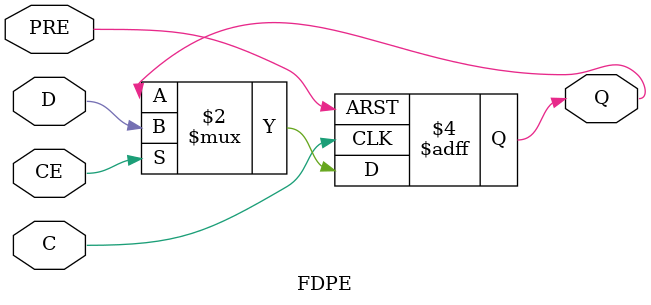
<source format=v>

/*

FUNCTION	: D-FLIP-FLOP with async preset and clock enable

*/

// `celldefine
`timescale  100 ps / 10 ps

module FDPE (Q, C, CE, D, PRE);

    parameter INIT = 1'b1;

    output Q;
    reg    Q;

    input  C, CE, D, PRE;

	always @(posedge PRE or posedge C)
	    if (PRE)
		Q <= 1;
	    else if (CE)
		Q <= D;

endmodule

</source>
